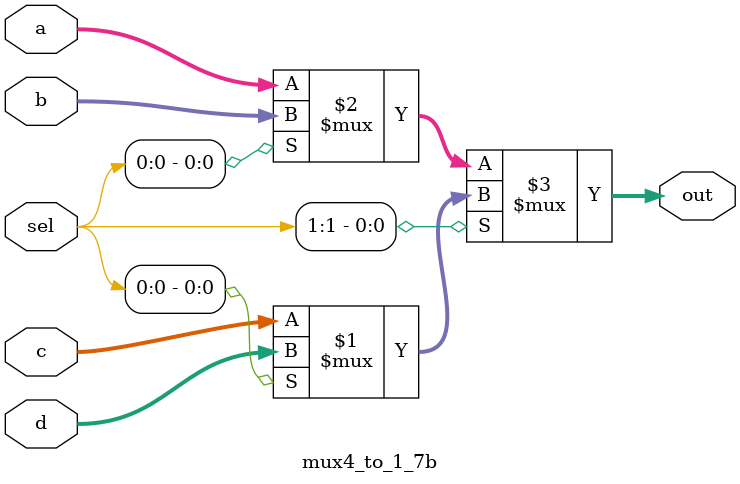
<source format=v>
module mux4_to_1_7b(
  input [6:0] a,
  input [6:0] b,
  input [6:0] c,
  input [6:0] d,
  input [1:0] sel,
  output [6:0] out);

  assign out = sel[1] ? (sel[0] ? d : c) : (sel[0] ? b : a);

endmodule
</source>
